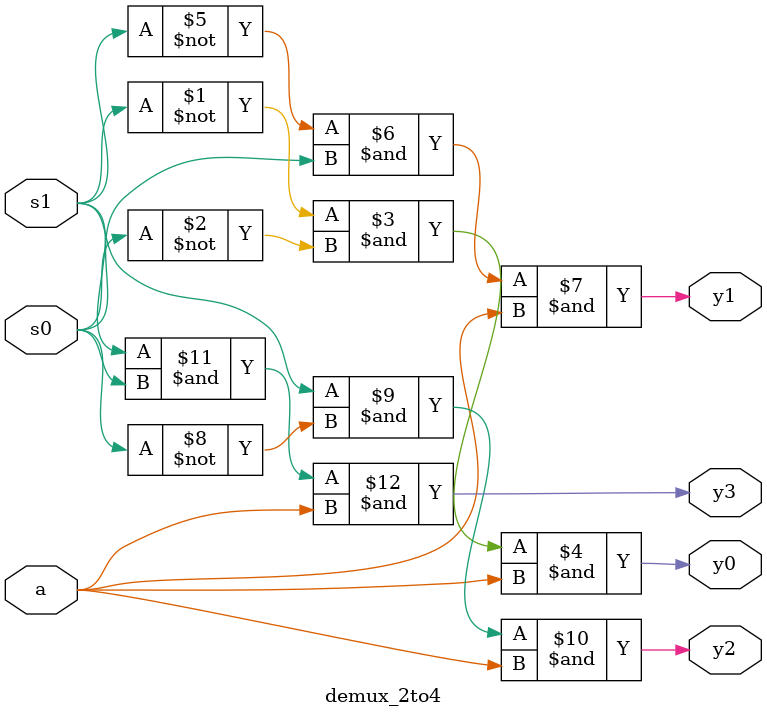
<source format=v>
`timescale 1ns / 1ps


module demux_1to2(
    input a, s0,
    output y0, y1);

assign y0 = (~(s0) & a);
assign y1 = (s0 & a);

endmodule

module demux_2to4(
    input a, s0, s1,
    output y0, y1, y2, y3);

assign y0 = (~s1)&(~s0)&a;
assign y1 = (~s1)&(s0)&a;
assign y2 = (s1)&(~s0)&a;
assign y3 = (s1)&(s0)&a;

endmodule
    
</source>
